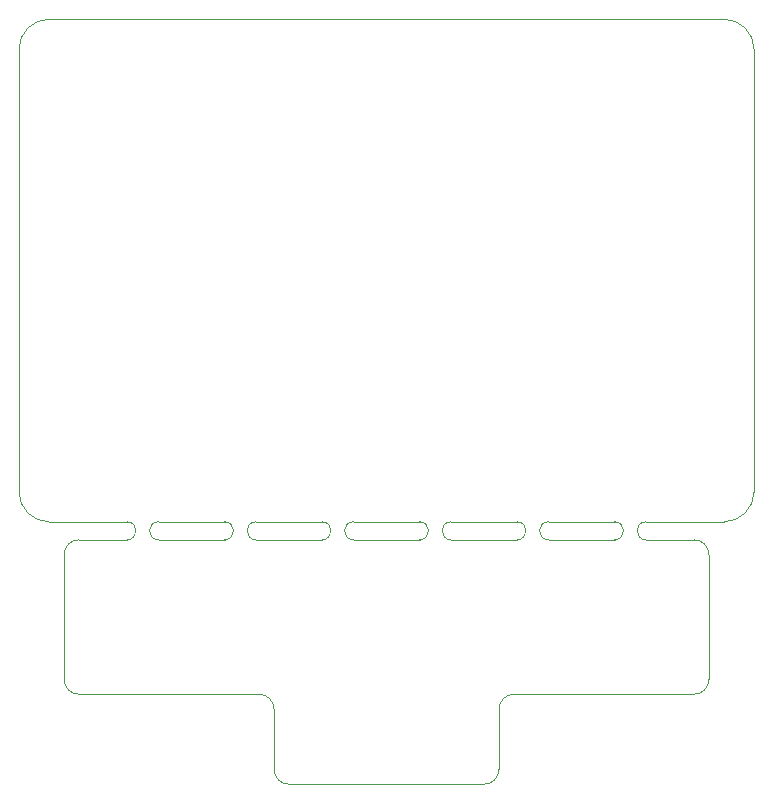
<source format=gm1>
G04 #@! TF.GenerationSoftware,KiCad,Pcbnew,7.0.8*
G04 #@! TF.CreationDate,2024-02-17T11:27:20+01:00*
G04 #@! TF.ProjectId,PCB_V2,5043425f-5632-42e6-9b69-6361645f7063,rev?*
G04 #@! TF.SameCoordinates,Original*
G04 #@! TF.FileFunction,Profile,NP*
%FSLAX46Y46*%
G04 Gerber Fmt 4.6, Leading zero omitted, Abs format (unit mm)*
G04 Created by KiCad (PCBNEW 7.0.8) date 2024-02-17 11:27:20*
%MOMM*%
%LPD*%
G01*
G04 APERTURE LIST*
G04 #@! TA.AperFunction,Profile*
%ADD10C,0.100000*%
G04 #@! TD*
G04 APERTURE END LIST*
D10*
X228599999Y-73659999D02*
G75*
G03*
X231139999Y-71119999I1J2539999D01*
G01*
X168910000Y-71120000D02*
G75*
G03*
X171450000Y-73660000I2540000J0D01*
G01*
X221996000Y-73660000D02*
G75*
G03*
X221996000Y-75184000I0J-762000D01*
G01*
X226060000Y-75184000D02*
X221996000Y-75184000D01*
X221996000Y-73660000D02*
X228599999Y-73659999D01*
X178054000Y-75184000D02*
G75*
G03*
X178054000Y-73660000I0J762000D01*
G01*
X178054000Y-75184000D02*
X173990000Y-75184000D01*
X171450000Y-73660000D02*
X178054000Y-73660000D01*
X180721000Y-73660000D02*
G75*
G03*
X180721000Y-75184000I0J-762000D01*
G01*
X186309000Y-75184000D02*
G75*
G03*
X186309000Y-73660000I0J762000D01*
G01*
X186309000Y-75184000D02*
X180721000Y-75184000D01*
X180721000Y-73660000D02*
X186309000Y-73660000D01*
X188976000Y-73660000D02*
G75*
G03*
X188976000Y-75184000I0J-762000D01*
G01*
X194564000Y-75184000D02*
G75*
G03*
X194564000Y-73660000I0J762000D01*
G01*
X194564000Y-75184000D02*
X188976000Y-75184000D01*
X188976000Y-73660000D02*
X194564000Y-73660000D01*
X213741000Y-73660000D02*
G75*
G03*
X213741000Y-75184000I0J-762000D01*
G01*
X219329000Y-75184000D02*
G75*
G03*
X219329000Y-73660000I0J762000D01*
G01*
X219329000Y-75184000D02*
X213741000Y-75184000D01*
X213741000Y-73660000D02*
X219329000Y-73660000D01*
X205486000Y-73660000D02*
G75*
G03*
X205486000Y-75184000I0J-762000D01*
G01*
X211074000Y-75184000D02*
G75*
G03*
X211074000Y-73660000I0J762000D01*
G01*
X211074000Y-75184000D02*
X205486000Y-75184000D01*
X205486000Y-73660000D02*
X211074000Y-73660000D01*
X197231000Y-73660000D02*
G75*
G03*
X197231000Y-75184000I0J-762000D01*
G01*
X202819000Y-75184000D02*
G75*
G03*
X202819000Y-73660000I0J762000D01*
G01*
X202819000Y-75184000D02*
X197231000Y-75184000D01*
X197231000Y-73660000D02*
X202819000Y-73660000D01*
X231140000Y-33655000D02*
X231139999Y-71119999D01*
X171450000Y-31115000D02*
X228600000Y-31115000D01*
X168910000Y-33655000D02*
X168910000Y-71120000D01*
X231140000Y-33655000D02*
G75*
G03*
X228600000Y-31115000I-2540000J0D01*
G01*
X171450000Y-31115000D02*
G75*
G03*
X168910000Y-33655000I0J-2540000D01*
G01*
X210820000Y-88265000D02*
G75*
G03*
X209550000Y-89535000I0J-1270000D01*
G01*
X172720000Y-86995000D02*
G75*
G03*
X173990000Y-88265000I1270000J0D01*
G01*
X191770000Y-95885000D02*
X208280000Y-95885000D01*
X226060000Y-88265000D02*
X210820000Y-88265000D01*
X190500000Y-94615000D02*
G75*
G03*
X191770000Y-95885000I1270000J0D01*
G01*
X209550000Y-89535000D02*
X209550000Y-94615000D01*
X208280000Y-95885000D02*
G75*
G03*
X209550000Y-94615000I0J1270000D01*
G01*
X190500000Y-94615000D02*
X190500000Y-89535000D01*
X227330000Y-76454000D02*
X227330000Y-86995000D01*
X190500000Y-89535000D02*
G75*
G03*
X189230000Y-88265000I-1270000J0D01*
G01*
X172720000Y-86995000D02*
X172720000Y-76454000D01*
X173990000Y-75184000D02*
G75*
G03*
X172720000Y-76454000I0J-1270000D01*
G01*
X189230000Y-88265000D02*
X173990000Y-88265000D01*
X226060000Y-88265000D02*
G75*
G03*
X227330000Y-86995000I0J1270000D01*
G01*
X227330000Y-76454000D02*
G75*
G03*
X226060000Y-75184000I-1270000J0D01*
G01*
M02*

</source>
